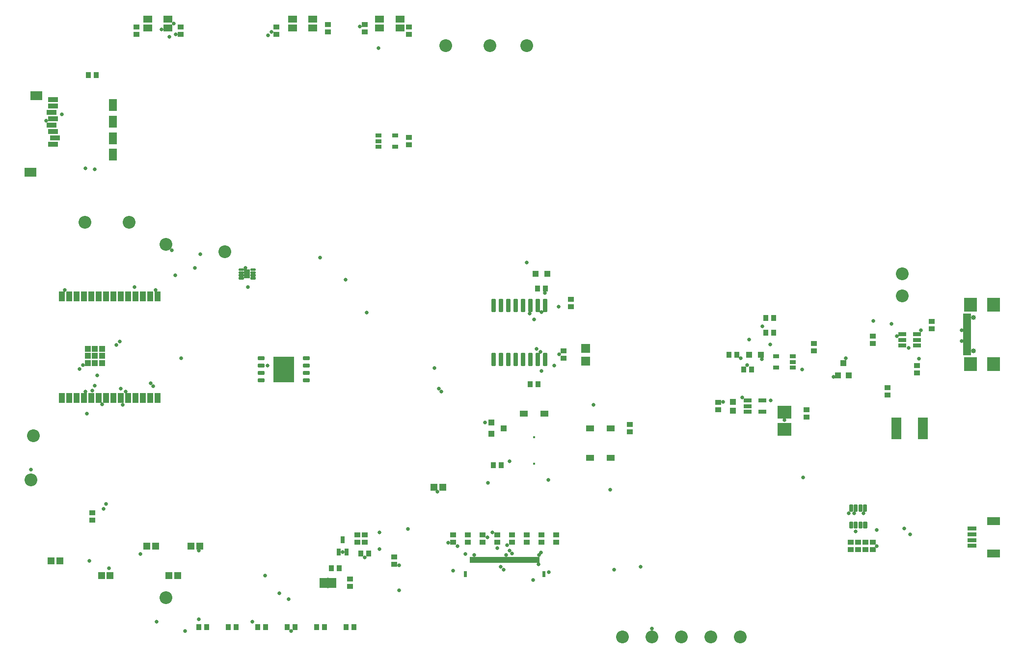
<source format=gbr>
G04 EAGLE Gerber RS-274X export*
G75*
%MOMM*%
%FSLAX34Y34*%
%LPD*%
%INSoldermask Top*%
%IPPOS*%
%AMOC8*
5,1,8,0,0,1.08239X$1,22.5*%
G01*
G04 Define Apertures*
%ADD10R,1.603200X1.253200*%
%ADD11R,1.103200X0.903200*%
%ADD12R,1.603200X1.603200*%
%ADD13R,0.903200X1.103200*%
%ADD14R,2.403200X2.203200*%
%ADD15R,1.003200X1.003200*%
%ADD16R,1.403200X0.803200*%
%ADD17R,1.173200X1.143200*%
%ADD18R,1.003200X1.103200*%
%ADD19R,1.353200X1.003200*%
%ADD20R,1.103200X0.803200*%
%ADD21R,0.503200X1.003200*%
%ADD22R,0.603200X1.003200*%
%ADD23R,1.353200X0.503200*%
%ADD24R,2.203200X2.383200*%
%ADD25C,0.853200*%
%ADD26R,2.203200X1.403200*%
%ADD27R,1.553200X0.803200*%
%ADD28R,1.403200X2.003200*%
%ADD29R,2.103200X1.603200*%
%ADD30R,1.703200X0.903200*%
%ADD31R,0.330200X0.330200*%
%ADD32R,1.403200X0.753200*%
%ADD33R,1.703200X3.803200*%
%ADD34R,1.103200X1.003200*%
%ADD35R,0.703200X1.253200*%
%ADD36C,0.330503*%
%ADD37R,0.152400X1.828800*%
%ADD38R,1.371600X1.803400*%
%ADD39C,2.203200*%
%ADD40C,0.315166*%
%ADD41R,3.603200X4.503200*%
%ADD42R,1.103200X1.703200*%
%ADD43C,0.349006*%
%ADD44C,0.269722*%
%ADD45R,1.103200X1.503200*%
%ADD46C,0.655600*%
D10*
X657500Y1087000D03*
X622500Y1087000D03*
X622500Y1072000D03*
X657500Y1072000D03*
D11*
X1460500Y171300D03*
X1460500Y184300D03*
X533400Y1077778D03*
X533400Y1064778D03*
D12*
X977900Y497000D03*
X977900Y519000D03*
D13*
X1225400Y508000D03*
X1238400Y508000D03*
X1288900Y571500D03*
X1301900Y571500D03*
X1288900Y546100D03*
X1301900Y546100D03*
D11*
X1447800Y171300D03*
X1447800Y184300D03*
X1358900Y412900D03*
X1358900Y399900D03*
D14*
X1320800Y408700D03*
X1320800Y378700D03*
D11*
X596900Y184000D03*
X596900Y197000D03*
X1549400Y476100D03*
X1549400Y489100D03*
X279400Y1060300D03*
X279400Y1073300D03*
X1498600Y438000D03*
X1498600Y451000D03*
X673100Y1073300D03*
X673100Y1060300D03*
X584200Y184000D03*
X584200Y197000D03*
X952500Y590400D03*
X952500Y603400D03*
D13*
X120500Y990600D03*
X133500Y990600D03*
D10*
X507500Y1087000D03*
X472500Y1087000D03*
X472500Y1072000D03*
X507500Y1072000D03*
D15*
X1231900Y411600D03*
X1231900Y426600D03*
D11*
X673100Y882800D03*
X673100Y869800D03*
D16*
X1549200Y523900D03*
X1549200Y533400D03*
X1549200Y542900D03*
X1524200Y542900D03*
X1524200Y533400D03*
X1524200Y523900D03*
D17*
X56000Y152400D03*
X71000Y152400D03*
X142772Y127000D03*
X157772Y127000D03*
X716400Y279400D03*
X731400Y279400D03*
D18*
X1259500Y508000D03*
X1280500Y508000D03*
D19*
X985800Y330200D03*
X1020800Y330200D03*
X1020800Y381000D03*
X985800Y381000D03*
X906500Y406400D03*
X871500Y406400D03*
D17*
X297300Y177800D03*
X312300Y177800D03*
D18*
X891200Y647700D03*
X912200Y647700D03*
D17*
X221100Y177800D03*
X236100Y177800D03*
X259200Y127000D03*
X274200Y127000D03*
D11*
X927100Y184000D03*
X927100Y197000D03*
X774700Y184000D03*
X774700Y197000D03*
X1054100Y387500D03*
X1054100Y374500D03*
X749300Y184000D03*
X749300Y197000D03*
X901700Y184000D03*
X901700Y197000D03*
X647700Y158900D03*
X647700Y145900D03*
X876300Y184000D03*
X876300Y197000D03*
X850900Y184000D03*
X850900Y197000D03*
X825500Y184000D03*
X825500Y197000D03*
X800100Y184000D03*
X800100Y197000D03*
D20*
X621000Y885800D03*
X621000Y876300D03*
X621000Y866800D03*
X649000Y866800D03*
X649000Y885800D03*
X1334800Y485800D03*
X1334800Y495300D03*
X1334800Y504800D03*
X1306800Y504800D03*
X1306800Y485800D03*
D21*
X895700Y154200D03*
X890700Y154200D03*
X885700Y154200D03*
X880700Y154200D03*
X875700Y154200D03*
X870700Y154200D03*
X865700Y154200D03*
X860700Y154200D03*
X855700Y154200D03*
X850700Y154200D03*
X845700Y154200D03*
X840700Y154200D03*
X835700Y154200D03*
X830700Y154200D03*
X825700Y154200D03*
X820700Y154200D03*
X815700Y154200D03*
X810700Y154200D03*
X805700Y154200D03*
X800700Y154200D03*
X795700Y154200D03*
X790700Y154200D03*
X785700Y154200D03*
X780700Y154200D03*
D22*
X905700Y129200D03*
X770700Y129200D03*
D23*
X1636028Y509500D03*
X1636028Y517500D03*
X1636028Y530500D03*
X1636028Y540500D03*
X1636028Y545500D03*
X1636028Y555500D03*
X1636028Y568500D03*
X1636028Y576500D03*
X1636028Y573500D03*
X1636028Y565500D03*
X1636028Y560500D03*
X1636028Y550500D03*
X1636028Y535500D03*
X1636028Y525500D03*
X1636028Y520500D03*
X1636028Y512500D03*
D24*
X1681078Y491900D03*
X1681078Y594100D03*
X1641778Y491900D03*
X1641778Y594100D03*
D25*
X1646778Y514100D03*
X1646778Y571900D03*
D26*
X1681078Y165000D03*
X1681078Y221000D03*
D27*
X1644328Y178000D03*
X1644328Y188000D03*
X1644328Y198000D03*
X1644328Y208000D03*
D28*
X162922Y853000D03*
X162922Y910000D03*
D29*
X20422Y823000D03*
X30422Y954500D03*
D30*
X58922Y871000D03*
X62922Y882000D03*
X58922Y893000D03*
X56922Y904000D03*
X58922Y915000D03*
X56922Y926000D03*
X58922Y937000D03*
X58922Y948000D03*
D28*
X162922Y881500D03*
X162922Y938500D03*
D31*
X889000Y365760D03*
X889000Y320040D03*
D32*
X1256999Y428600D03*
X1256999Y419100D03*
X1256999Y409600D03*
X1283001Y409600D03*
X1283001Y428600D03*
D33*
X1559200Y381000D03*
X1514200Y381000D03*
D18*
X1412900Y472600D03*
X1431900Y472600D03*
X1422400Y493600D03*
D34*
X815500Y390500D03*
X815500Y371500D03*
X836500Y381000D03*
D35*
X552300Y167300D03*
X565300Y167300D03*
X558800Y188300D03*
D11*
X127000Y222100D03*
X127000Y235100D03*
D13*
X565000Y38100D03*
X578000Y38100D03*
D11*
X1206500Y412600D03*
X1206500Y425600D03*
X1473200Y171300D03*
X1473200Y184300D03*
X939800Y501500D03*
X939800Y514500D03*
D13*
X1263800Y482600D03*
X1250800Y482600D03*
D11*
X571500Y107800D03*
X571500Y120800D03*
X1435100Y184300D03*
X1435100Y171300D03*
D13*
X882500Y457200D03*
X895500Y457200D03*
D11*
X1574800Y552300D03*
X1574800Y565300D03*
X1473200Y526900D03*
X1473200Y539900D03*
X1371600Y514200D03*
X1371600Y527200D03*
D13*
X539600Y139700D03*
X552600Y139700D03*
X590400Y165100D03*
X603400Y165100D03*
X514200Y38100D03*
X527200Y38100D03*
X463400Y38100D03*
X476400Y38100D03*
X412600Y38100D03*
X425600Y38100D03*
X361800Y38100D03*
X374800Y38100D03*
X311000Y38100D03*
X324000Y38100D03*
D10*
X257500Y1087000D03*
X222500Y1087000D03*
X222500Y1072000D03*
X257500Y1072000D03*
D11*
X596900Y1064778D03*
X596900Y1077778D03*
D13*
X895200Y622300D03*
X908200Y622300D03*
D11*
X444500Y1060300D03*
X444500Y1073300D03*
D13*
X832000Y317500D03*
X819000Y317500D03*
D11*
X203200Y1060300D03*
X203200Y1073300D03*
D36*
X1437664Y247624D02*
X1437664Y238736D01*
X1433936Y238736D01*
X1433936Y247624D01*
X1437664Y247624D01*
X1437664Y241876D02*
X1433936Y241876D01*
X1433936Y245016D02*
X1437664Y245016D01*
X1445664Y247624D02*
X1445664Y238736D01*
X1441936Y238736D01*
X1441936Y247624D01*
X1445664Y247624D01*
X1445664Y241876D02*
X1441936Y241876D01*
X1441936Y245016D02*
X1445664Y245016D01*
X1453664Y247624D02*
X1453664Y238736D01*
X1449936Y238736D01*
X1449936Y247624D01*
X1453664Y247624D01*
X1453664Y241876D02*
X1449936Y241876D01*
X1449936Y245016D02*
X1453664Y245016D01*
X1461664Y247624D02*
X1461664Y238736D01*
X1457936Y238736D01*
X1457936Y247624D01*
X1461664Y247624D01*
X1461664Y241876D02*
X1457936Y241876D01*
X1457936Y245016D02*
X1461664Y245016D01*
X1461864Y218464D02*
X1461864Y209576D01*
X1458136Y209576D01*
X1458136Y218464D01*
X1461864Y218464D01*
X1461864Y212716D02*
X1458136Y212716D01*
X1458136Y215856D02*
X1461864Y215856D01*
X1453664Y218464D02*
X1453664Y209576D01*
X1449936Y209576D01*
X1449936Y218464D01*
X1453664Y218464D01*
X1453664Y212716D02*
X1449936Y212716D01*
X1449936Y215856D02*
X1453664Y215856D01*
X1445664Y218464D02*
X1445664Y209576D01*
X1441936Y209576D01*
X1441936Y218464D01*
X1445664Y218464D01*
X1445664Y212716D02*
X1441936Y212716D01*
X1441936Y215856D02*
X1445664Y215856D01*
X1437664Y218464D02*
X1437664Y209576D01*
X1433936Y209576D01*
X1433936Y218464D01*
X1437664Y218464D01*
X1437664Y212716D02*
X1433936Y212716D01*
X1433936Y215856D02*
X1437664Y215856D01*
D37*
X533400Y114300D03*
D38*
X525780Y114300D03*
X541020Y114300D03*
D39*
X114300Y736600D03*
X1041400Y20922D03*
X20922Y292100D03*
X254000Y698500D03*
X355600Y685800D03*
X1524000Y647700D03*
X876300Y1041400D03*
X736600Y1041400D03*
X254000Y88900D03*
X190500Y736600D03*
X1524000Y609600D03*
X25400Y368300D03*
X812800Y1041400D03*
X1244600Y20922D03*
X1193800Y20922D03*
X1143000Y20922D03*
X1092200Y20922D03*
D40*
X422390Y500010D02*
X414110Y500010D01*
X414110Y503290D01*
X422390Y503290D01*
X422390Y500010D01*
X422390Y503004D02*
X414110Y503004D01*
X414110Y487310D02*
X422390Y487310D01*
X414110Y487310D02*
X414110Y490590D01*
X422390Y490590D01*
X422390Y487310D01*
X422390Y490304D02*
X414110Y490304D01*
X414110Y474610D02*
X422390Y474610D01*
X414110Y474610D02*
X414110Y477890D01*
X422390Y477890D01*
X422390Y474610D01*
X422390Y477604D02*
X414110Y477604D01*
X414110Y461910D02*
X422390Y461910D01*
X414110Y461910D02*
X414110Y465190D01*
X422390Y465190D01*
X422390Y461910D01*
X422390Y464904D02*
X414110Y464904D01*
X492010Y461910D02*
X500290Y461910D01*
X492010Y461910D02*
X492010Y465190D01*
X500290Y465190D01*
X500290Y461910D01*
X500290Y464904D02*
X492010Y464904D01*
X492010Y474610D02*
X500290Y474610D01*
X492010Y474610D02*
X492010Y477890D01*
X500290Y477890D01*
X500290Y474610D01*
X500290Y477604D02*
X492010Y477604D01*
X492010Y487310D02*
X500290Y487310D01*
X492010Y487310D02*
X492010Y490590D01*
X500290Y490590D01*
X500290Y487310D01*
X500290Y490304D02*
X492010Y490304D01*
X492010Y500010D02*
X500290Y500010D01*
X492010Y500010D02*
X492010Y503290D01*
X500290Y503290D01*
X500290Y500010D01*
X500290Y503004D02*
X492010Y503004D01*
D41*
X457200Y482600D03*
D42*
X74400Y433200D03*
X87100Y433200D03*
X99800Y433200D03*
X112500Y433200D03*
X125200Y433200D03*
X137900Y433200D03*
X150600Y433200D03*
X163300Y433200D03*
X176000Y433200D03*
X188700Y433200D03*
X201400Y433200D03*
X214100Y433200D03*
X226800Y433200D03*
X239500Y433200D03*
X239500Y608200D03*
X226800Y608200D03*
X214100Y608200D03*
X201400Y608200D03*
X188700Y608200D03*
X176000Y608200D03*
X163300Y608200D03*
X150600Y608200D03*
X137900Y608200D03*
X125200Y608200D03*
X112500Y608200D03*
X99800Y608200D03*
X87100Y608200D03*
X74400Y608200D03*
D15*
X131600Y505650D03*
X119100Y493150D03*
X119100Y505650D03*
X119100Y518150D03*
X131600Y493150D03*
X131600Y518150D03*
X144100Y493150D03*
X144100Y505650D03*
X144100Y518150D03*
D43*
X905829Y583129D02*
X905829Y602171D01*
X910271Y602171D01*
X910271Y583129D01*
X905829Y583129D01*
X905829Y586444D02*
X910271Y586444D01*
X910271Y589759D02*
X905829Y589759D01*
X905829Y593074D02*
X910271Y593074D01*
X910271Y596389D02*
X905829Y596389D01*
X905829Y599704D02*
X910271Y599704D01*
X893129Y602171D02*
X893129Y583129D01*
X893129Y602171D02*
X897571Y602171D01*
X897571Y583129D01*
X893129Y583129D01*
X893129Y586444D02*
X897571Y586444D01*
X897571Y589759D02*
X893129Y589759D01*
X893129Y593074D02*
X897571Y593074D01*
X897571Y596389D02*
X893129Y596389D01*
X893129Y599704D02*
X897571Y599704D01*
X880429Y602171D02*
X880429Y583129D01*
X880429Y602171D02*
X884871Y602171D01*
X884871Y583129D01*
X880429Y583129D01*
X880429Y586444D02*
X884871Y586444D01*
X884871Y589759D02*
X880429Y589759D01*
X880429Y593074D02*
X884871Y593074D01*
X884871Y596389D02*
X880429Y596389D01*
X880429Y599704D02*
X884871Y599704D01*
X867729Y602171D02*
X867729Y583129D01*
X867729Y602171D02*
X872171Y602171D01*
X872171Y583129D01*
X867729Y583129D01*
X867729Y586444D02*
X872171Y586444D01*
X872171Y589759D02*
X867729Y589759D01*
X867729Y593074D02*
X872171Y593074D01*
X872171Y596389D02*
X867729Y596389D01*
X867729Y599704D02*
X872171Y599704D01*
X855029Y602171D02*
X855029Y583129D01*
X855029Y602171D02*
X859471Y602171D01*
X859471Y583129D01*
X855029Y583129D01*
X855029Y586444D02*
X859471Y586444D01*
X859471Y589759D02*
X855029Y589759D01*
X855029Y593074D02*
X859471Y593074D01*
X859471Y596389D02*
X855029Y596389D01*
X855029Y599704D02*
X859471Y599704D01*
X842329Y602171D02*
X842329Y583129D01*
X842329Y602171D02*
X846771Y602171D01*
X846771Y583129D01*
X842329Y583129D01*
X842329Y586444D02*
X846771Y586444D01*
X846771Y589759D02*
X842329Y589759D01*
X842329Y593074D02*
X846771Y593074D01*
X846771Y596389D02*
X842329Y596389D01*
X842329Y599704D02*
X846771Y599704D01*
X829629Y602171D02*
X829629Y583129D01*
X829629Y602171D02*
X834071Y602171D01*
X834071Y583129D01*
X829629Y583129D01*
X829629Y586444D02*
X834071Y586444D01*
X834071Y589759D02*
X829629Y589759D01*
X829629Y593074D02*
X834071Y593074D01*
X834071Y596389D02*
X829629Y596389D01*
X829629Y599704D02*
X834071Y599704D01*
X816929Y602171D02*
X816929Y583129D01*
X816929Y602171D02*
X821371Y602171D01*
X821371Y583129D01*
X816929Y583129D01*
X816929Y586444D02*
X821371Y586444D01*
X821371Y589759D02*
X816929Y589759D01*
X816929Y593074D02*
X821371Y593074D01*
X821371Y596389D02*
X816929Y596389D01*
X816929Y599704D02*
X821371Y599704D01*
X816929Y509071D02*
X816929Y490029D01*
X816929Y509071D02*
X821371Y509071D01*
X821371Y490029D01*
X816929Y490029D01*
X816929Y493344D02*
X821371Y493344D01*
X821371Y496659D02*
X816929Y496659D01*
X816929Y499974D02*
X821371Y499974D01*
X821371Y503289D02*
X816929Y503289D01*
X816929Y506604D02*
X821371Y506604D01*
X829629Y509071D02*
X829629Y490029D01*
X829629Y509071D02*
X834071Y509071D01*
X834071Y490029D01*
X829629Y490029D01*
X829629Y493344D02*
X834071Y493344D01*
X834071Y496659D02*
X829629Y496659D01*
X829629Y499974D02*
X834071Y499974D01*
X834071Y503289D02*
X829629Y503289D01*
X829629Y506604D02*
X834071Y506604D01*
X842329Y509071D02*
X842329Y490029D01*
X842329Y509071D02*
X846771Y509071D01*
X846771Y490029D01*
X842329Y490029D01*
X842329Y493344D02*
X846771Y493344D01*
X846771Y496659D02*
X842329Y496659D01*
X842329Y499974D02*
X846771Y499974D01*
X846771Y503289D02*
X842329Y503289D01*
X842329Y506604D02*
X846771Y506604D01*
X855029Y509071D02*
X855029Y490029D01*
X855029Y509071D02*
X859471Y509071D01*
X859471Y490029D01*
X855029Y490029D01*
X855029Y493344D02*
X859471Y493344D01*
X859471Y496659D02*
X855029Y496659D01*
X855029Y499974D02*
X859471Y499974D01*
X859471Y503289D02*
X855029Y503289D01*
X855029Y506604D02*
X859471Y506604D01*
X867729Y509071D02*
X867729Y490029D01*
X867729Y509071D02*
X872171Y509071D01*
X872171Y490029D01*
X867729Y490029D01*
X867729Y493344D02*
X872171Y493344D01*
X872171Y496659D02*
X867729Y496659D01*
X867729Y499974D02*
X872171Y499974D01*
X872171Y503289D02*
X867729Y503289D01*
X867729Y506604D02*
X872171Y506604D01*
X880429Y509071D02*
X880429Y490029D01*
X880429Y509071D02*
X884871Y509071D01*
X884871Y490029D01*
X880429Y490029D01*
X880429Y493344D02*
X884871Y493344D01*
X884871Y496659D02*
X880429Y496659D01*
X880429Y499974D02*
X884871Y499974D01*
X884871Y503289D02*
X880429Y503289D01*
X880429Y506604D02*
X884871Y506604D01*
X893129Y509071D02*
X893129Y490029D01*
X893129Y509071D02*
X897571Y509071D01*
X897571Y490029D01*
X893129Y490029D01*
X893129Y493344D02*
X897571Y493344D01*
X897571Y496659D02*
X893129Y496659D01*
X893129Y499974D02*
X897571Y499974D01*
X897571Y503289D02*
X893129Y503289D01*
X893129Y506604D02*
X897571Y506604D01*
X905829Y509071D02*
X905829Y490029D01*
X905829Y509071D02*
X910271Y509071D01*
X910271Y490029D01*
X905829Y490029D01*
X905829Y493344D02*
X910271Y493344D01*
X910271Y496659D02*
X905829Y496659D01*
X905829Y499974D02*
X910271Y499974D01*
X910271Y503289D02*
X905829Y503289D01*
X905829Y506604D02*
X910271Y506604D01*
D44*
X387318Y654182D02*
X380382Y654182D01*
X380382Y656218D01*
X387318Y656218D01*
X387318Y654182D01*
X387318Y649182D02*
X380382Y649182D01*
X380382Y651218D01*
X387318Y651218D01*
X387318Y649182D01*
X387318Y644182D02*
X380382Y644182D01*
X380382Y646218D01*
X387318Y646218D01*
X387318Y644182D01*
X387318Y639182D02*
X380382Y639182D01*
X380382Y641218D01*
X387318Y641218D01*
X387318Y639182D01*
X400082Y639182D02*
X407018Y639182D01*
X400082Y639182D02*
X400082Y641218D01*
X407018Y641218D01*
X407018Y639182D01*
X407018Y644182D02*
X400082Y644182D01*
X400082Y646218D01*
X407018Y646218D01*
X407018Y644182D01*
X407018Y649182D02*
X400082Y649182D01*
X400082Y651218D01*
X407018Y651218D01*
X407018Y649182D01*
X407018Y654182D02*
X400082Y654182D01*
X400082Y656218D01*
X407018Y656218D01*
X407018Y654182D01*
D45*
X393700Y647700D03*
D46*
X210185Y163830D03*
X155575Y139700D03*
X246380Y1069340D03*
X259715Y1056005D03*
X104775Y483235D03*
X111125Y489585D03*
X622300Y201295D03*
X622300Y172085D03*
X1534795Y519430D03*
X1553210Y501015D03*
X1256665Y490220D03*
X1245235Y501650D03*
X1296670Y525780D03*
X1320800Y394970D03*
X1282065Y499745D03*
X1405255Y469900D03*
X1514475Y539750D03*
X1626235Y531495D03*
X1556385Y549910D03*
X1626235Y549910D03*
X1474470Y565785D03*
X227965Y458470D03*
X1505585Y561340D03*
X716915Y484505D03*
X1259840Y534035D03*
X1282700Y556895D03*
X1426845Y501650D03*
X115570Y829310D03*
X115570Y444500D03*
X831215Y141605D03*
X1073150Y141605D03*
X403225Y46990D03*
X238125Y46990D03*
X449580Y95885D03*
X151130Y250190D03*
X131445Y827405D03*
X131445Y454660D03*
X671195Y207010D03*
X47625Y911225D03*
X127000Y445770D03*
X836295Y137160D03*
X1026795Y137160D03*
X469900Y31115D03*
X287020Y31115D03*
X121920Y152400D03*
X655955Y100965D03*
X722630Y271145D03*
X429260Y488950D03*
X168275Y524510D03*
X74295Y922655D03*
X79375Y619760D03*
X901065Y166370D03*
X809625Y287020D03*
X846455Y323850D03*
X741045Y183515D03*
X1020445Y274955D03*
X786130Y161925D03*
X913765Y291465D03*
X817245Y201295D03*
X808355Y192405D03*
X896620Y146050D03*
X749300Y135255D03*
X558800Y167005D03*
X596900Y158115D03*
X1214755Y426085D03*
X1248410Y434340D03*
X1351280Y482600D03*
X1297305Y428625D03*
X850900Y165100D03*
X264160Y688340D03*
X1443355Y203200D03*
X1457325Y234315D03*
X1527175Y208280D03*
X395605Y624205D03*
X200025Y624205D03*
X899795Y513080D03*
X563880Y637540D03*
X991235Y421640D03*
X923925Y488950D03*
X1480185Y177800D03*
X1480185Y205105D03*
X1537335Y198120D03*
X391160Y657860D03*
X304165Y657860D03*
X893445Y517525D03*
X901700Y480060D03*
X804545Y390525D03*
X520065Y675005D03*
X269875Y644525D03*
X1353185Y295910D03*
X1441450Y234315D03*
X1431925Y234315D03*
X236220Y619760D03*
X600710Y580390D03*
X429895Y1058545D03*
X436245Y1064895D03*
X280035Y501650D03*
X231775Y453390D03*
X466090Y85725D03*
X425450Y126365D03*
X840740Y161925D03*
X897255Y161925D03*
X311150Y51435D03*
X311150Y169545D03*
X914400Y132715D03*
X313055Y681355D03*
X588645Y1073785D03*
X146685Y241935D03*
X179705Y421640D03*
X655955Y144145D03*
X144145Y422275D03*
X20955Y309880D03*
X117475Y406400D03*
X887095Y119380D03*
X1092200Y35560D03*
X174625Y530860D03*
X846455Y170180D03*
X271145Y1060450D03*
X267335Y1079500D03*
X620395Y1036955D03*
X135890Y471805D03*
X932180Y508635D03*
X881380Y578485D03*
X176530Y448945D03*
X724535Y448945D03*
X876300Y666750D03*
X889000Y568325D03*
X901700Y581025D03*
X184785Y444500D03*
X728980Y444500D03*
X770890Y163830D03*
X756920Y177800D03*
X825500Y173990D03*
X842645Y179070D03*
X931545Y590550D03*
X908050Y614045D03*
M02*

</source>
